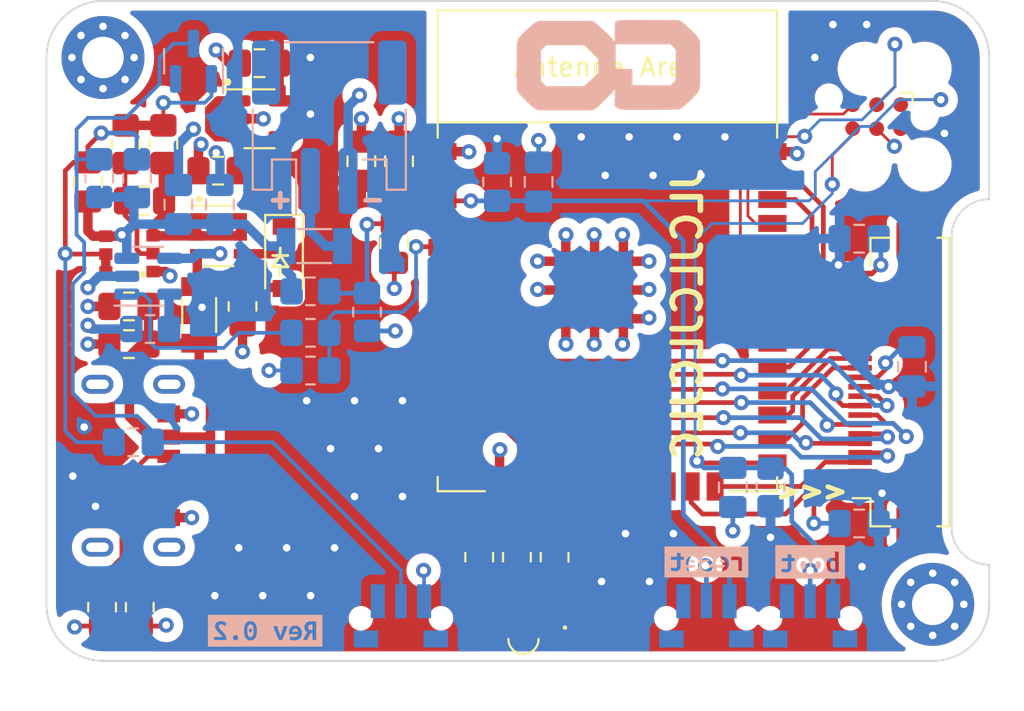
<source format=kicad_pcb>
(kicad_pcb (version 20220331) (generator pcbnew)
  (layers (0 "F.Cu" mixed) (1 "In1.Cu" power) (2 "In2.Cu" power) (31 "B.Cu" mixed) (34 "B.Paste" user) (35 "F.Paste" user) (36 "B.SilkS" user "B.Silkscreen") (37 "F.SilkS" user "F.Silkscreen") (38 "B.Mask" user) (39 "F.Mask" user) (44 "Edge.Cuts" user))
  (net 0 "")
  (net 1 "Net-(BT1-+)")
  (net 2 "GND")
  (net 3 "+3V3")
  (net 4 "ESP_BOOT")
  (net 5 "ESP_EN")
  (net 6 "BAT_SENSE")
  (net 7 "Net-(J1-VBUS)")
  (net 8 "VCC")
  (net 9 "+BATT")
  (net 10 "+5V")
  (net 11 "Net-(D2-RK)")
  (net 12 "Net-(D2-GK)")
  (net 13 "Net-(D2-BK)")
  (net 14 "BAT_STAT")
  (net 15 "Net-(J1-CC1)")
  (net 16 "Net-(J1-CC2)")
  (net 17 "IO2")
  (net 18 "IO4")
  (net 19 "IO5")
  (net 20 "IO15")
  (net 21 "IO16")
  (net 22 "IO17")
  (net 23 "IO18")
  (net 24 "IO19")
  (net 25 "IO21")
  (net 26 "IO22")
  (net 27 "IO23")
  (net 28 "IO32")
  (net 29 "IO33")
  (net 30 "IO34")
  (net 31 "IO35")
  (net 32 "ESP_TX")
  (net 33 "ESP_RX")
  (net 34 "IO27")
  (net 35 "IO26")
  (net 36 "IO25")
  (net 37 "Net-(U3-PROG)")
  (net 38 "BAT_IND_R")
  (net 39 "BAT_IND_G")
  (net 40 "BAT_IND_B")
  (net 49 "Net-(U3-STAT)")
  (net 50 "Net-(D3-K)")
  (net 51 "Net-(Q2A-D)")
  (net 52 "Net-(Q2A-G)")
  (net 53 "+SWITCHED_BATT")
  (net 54 "Net-(D3-A)")
  (footprint "GameOver:Belfuse_0ZCJ" (layer "F.Cu") (at 128.1 96.65 90)
    (fp_text reference "F1" hide)
    (fp_text value "PTC 1A")
  )
  (footprint "Package_SO:TSOP-6_1.65x3.05mm_P0.95mm" (layer "F.Cu") (at 129.125 92.46)
    (fp_text reference "Q1" hide)
    (fp_text value "PMN48XP")
  )
  (footprint "Capacitor_SMD:C_0805_2012Metric_Pad1.18x1.45mm_HandSolder" (layer "F.Cu") (at 131.3 83.3 180)
    (fp_text reference "C16" hide)
    (fp_text value "10µF")
  )
  (footprint "Connector:Tag-Connect_TC2030-IDC-FP_2x03_P1.27mm_Vertical" (layer "F.Cu") (at 164.028848 86.135 180)
    (fp_text reference "J2" hide)
    (fp_text value "Serial Port")
  )
  (footprint "GameOver:DEALON_USB-US31-106" (layer "F.Cu") (at 123.7 104.65 -90)
    (fp_text reference "J1" hide)
    (fp_text value locked "USB_C_DEALON-USB-US31-106")
  )
  (footprint "Capacitor_SMD:C_0805_2012Metric_Pad1.18x1.45mm_HandSolder" (layer "F.Cu") (at 136.7 88.5 90)
    (fp_text reference "C3" hide)
    (fp_text value "10µF")
  )
  (footprint "Espressif:ESP32-WROOM-32E" (layer "F.Cu") (at 149.75 95)
    (fp_text reference "U1" hide)
    (fp_text value "ESP32-WROOM-E")
  )
  (footprint "Capacitor_SMD:C_0805_2012Metric_Pad1.18x1.45mm_HandSolder" (layer "F.Cu") (at 129.1 89 180)
    (fp_text reference "C13" hide)
    (fp_text value "10µF")
  )
  (footprint "Resistor_SMD:R_0805_2012Metric_Pad1.20x1.40mm_HandSolder" (layer "F.Cu") (at 130.4 96.2 -90)
    (fp_text reference "R7" hide)
    (fp_text value "10k")
  )
  (footprint "Resistor_SMD:R_0805_2012Metric_Pad1.20x1.40mm_HandSolder" (layer "F.Cu") (at 146.95 109.5 -90)
    (fp_text reference "R10" hide)
    (fp_text value "1kΩ")
  )
  (footprint "GameOver:TSOP6F" (layer "F.Cu") (at 124.4 93.4 90)
    (fp_text reference "Q2" hide)
    (fp_text value "SSM6L820R")
  )
  (footprint "Resistor_SMD:R_0805_2012Metric_Pad1.20x1.40mm_HandSolder" (layer "F.Cu") (at 142.95 109.5 -90)
    (fp_text reference "R12" hide)
    (fp_text value "1kΩ")
  )
  (footprint "Capacitor_SMD:C_0805_2012Metric_Pad1.18x1.45mm_HandSolder" (layer "F.Cu") (at 124.375 98.2 180)
    (fp_text reference "C6" hide)
    (fp_text value "100nF")
  )
  (footprint "GameOver:Base_conn_TXGA_FFC05036-24SBD113W5M_1x24_P0.50mm_Horizontal" (layer "F.Cu") (at 165 100.21 90)
    (fp_text reference "J3" hide)
    (fp_text value "base connector")
  )
  (footprint "Resistor_SMD:R_0805_2012Metric_Pad1.20x1.40mm_HandSolder" (layer "F.Cu") (at 144.95 109.5 -90)
    (fp_text reference "R11" hide)
    (fp_text value "1kΩ")
  )
  (footprint "Resistor_SMD:R_0805_2012Metric_Pad1.20x1.40mm_HandSolder" (layer "F.Cu") (at 124.95 112.15 -90)
    (fp_text reference "R4" hide)
    (fp_text value "5.1kΩ")
  )
  (footprint "MountingHole:MountingHole_2.2mm_M2_Pad_Via" (layer "F.Cu") (at 123 83)
    (fp_text reference "H1" hide)
    (fp_text value "~")
  )
  (footprint "Capacitor_SMD:C_0805_2012Metric_Pad1.18x1.45mm_HandSolder" (layer "F.Cu") (at 122.2 89.6 90)
    (fp_text reference "C12" hide)
    (fp_text value "100nF")
  )
  (footprint "Resistor_SMD:R_0805_2012Metric_Pad1.20x1.40mm_HandSolder" (layer "F.Cu") (at 122.95 112.15 -90)
    (fp_text reference "R3" hide)
    (fp_text value "5.1kΩ")
  )
  (footprint "Capacitor_SMD:C_0805_2012Metric_Pad1.18x1.45mm_HandSolder" (layer "F.Cu") (at 125.2 90.6)
    (fp_text reference "C17" hide)
    (fp_text value "1µF")
  )
  (footprint "Resistor_SMD:R_0805_2012Metric_Pad1.20x1.40mm_HandSolder" (layer "F.Cu") (at 124.2 87.6 90)
    (fp_text reference "R16" hide)
    (fp_text value "100kΩ")
  )
  (footprint "Capacitor_SMD:C_0805_2012Metric_Pad1.18x1.45mm_HandSolder" (layer "F.Cu") (at 138.7 88.5 90)
    (fp_text reference "C1" hide)
    (fp_text value "100nF")
  )
  (footprint "Package_TO_SOT_SMD:SOT-23-5" (layer "F.Cu") (at 131.3 86.25)
    (fp_text reference "U4" hide)
    (fp_text value "XC6210B332MR")
  )
  (footprint "MountingHole:MountingHole_2.2mm_M2_Pad_Via" (layer "F.Cu") (at 167 112)
    (fp_text reference "H2" hide)
    (fp_text value "~")
  )
  (footprint "Resistor_SMD:R_0805_2012Metric_Pad1.20x1.40mm_HandSolder" (layer "F.Cu") (at 126.2 87.6 -90)
    (fp_text reference "R17" hide)
    (fp_text value "100kΩ")
  )
  (footprint "GameOver:Hongzhi_Forest_HS-1204-RGB" (layer "F.Cu") (at 145.2975 113.434368 180)
    (fp_text reference "D2" hide)
    (fp_text value "LED_BGAR")
  )
  (footprint "Capacitor_SMD:C_0805_2012Metric_Pad1.18x1.45mm_HandSolder" (layer "F.Cu") (at 124.375 96.2 180)
    (fp_text reference "C7" hide)
    (fp_text value "4.7µF")
  )
  (footprint "Capacitor_SMD:C_0805_2012Metric_Pad1.18x1.45mm_HandSolder" (layer "F.Cu") (at 138.45 92.85 -90)
    (fp_text reference "C5" hide)
    (fp_text value "100nF")
  )
  (footprint "Diode_SMD:D_SOD-123" (layer "F.Cu") (at 132.6 93.6 -90)
    (fp_text reference "D1" hide)
    (fp_text value "MBR120")
  )
  (footprint "kibuzzard-62829F6C" (layer "B.Cu") (at 131.6 113.4 180)
    (fp_text reference "kibuzzard-62829F6C" hide)
    (fp_text value "G***" hide)
  )
  (footprint "Capacitor_SMD:C_0805_2012Metric_Pad1.18x1.45mm_HandSolder" (layer "B.Cu") (at 163.1 107.71 180)
    (fp_text reference "C9" hide)
    (fp_text value "100nF")
  )
  (footprint "Resistor_SMD:R_0805_2012Metric_Pad1.20x1.40mm_HandSolder" (layer "B.Cu") (at 122.8 89.4 90)
    (fp_text reference "R14" hide)
    (fp_text value "10kΩ")
  )
  (footprint "Resistor_SMD:R_0805_2012Metric_Pad1.20x1.40mm_HandSolder" (layer "B.Cu") (at 124.8 89.4 90)
    (fp_text reference "R15" hide)
    (fp_text value "100kΩ")
  )
  (footprint "Capacitor_SMD:C_0805_2012Metric_Pad1.18x1.45mm_HandSolder" (layer "B.Cu") (at 129.2 90.8 90)
    (fp_text reference "C14" hide)
    (fp_text value "10µF")
  )
  (footprint "GameOver:SW_Tactile_SPST_SOFNG_TS-1814" (layer "B.Cu") (at 138.8 111.8375 180)
    (fp_text reference "SW1" hide)
    (fp_text value "Battery switch")
  )
  (footprint "Capacitor_SMD:C_0805_2012Metric_Pad1.18x1.45mm_HandSolder" (layer "B.Cu") (at 165.9 99.4 90)
    (fp_text reference "C10" hide)
    (fp_text value "100nF")
  )
  (footprint "kibuzzard-6253FE42" (layer "B.Cu") (at 155 109.75 180)
    (fp_text reference "kibuzzard-6253FE42" hide)
    (fp_text value "G***" hide)
  )
  (footprint "Resistor_SMD:R_0805_2012Metric_Pad1.20x1.40mm_HandSolder" (layer "B.Cu") (at 134 99.6 180)
    (fp_text reference "R13" hide)
    (fp_text value "150kΩ")
  )
  (footprint "GameOver:SW_Tactile_SPST_SOFNG_TS-1814" (layer "B.Cu") (at 155 111.8375 180)
    (fp_text reference "SW3" hide)
    (fp_text value "Reset")
  )
  (footprint "Resistor_SMD:R_0805_2012Metric_Pad1.20x1.40mm_HandSolder" (layer "B.Cu") (at 158.4 105.8 90)
    (fp_text reference "R1" hide)
    (fp_text value "10kΩ")
  )
  (footprint "GameOver:Belfuse_0ZCJ" (layer "B.Cu") (at 134.2 93 180)
    (fp_text reference "F2" hide)
    (fp_text value "PTC 1A")
  )
  (footprint "Resistor_SMD:R_0805_2012Metric_Pad1.20x1.40mm_HandSolder" (layer "B.Cu") (at 137 96.5 -90)
    (fp_text reference "R6" hide)
    (fp_text value "100kΩ")
  )
  (footprint "Connector_JST:JST_PH_S2B-PH-SM4-TB_1x02-1MP_P2.00mm_Horizontal" (layer "B.Cu") (at 135 86.7)
    (fp_text reference "BT1" hide)
    (fp_text value "LiPO (protected)")
  )
  (footprint "Resistor_SMD:R_0805_2012Metric_Pad1.20x1.40mm_HandSolder" (layer "B.Cu") (at 143.9 89.6 -90)
    (fp_text reference "R2" hide)
    (fp_text value "10kΩ")
  )
  (footprint "Capacitor_SMD:C_0805_2012Metric_Pad1.18x1.45mm_HandSolder" (layer "B.Cu") (at 124.6 103.4 180)
    (fp_text reference "C8" hide)
    (fp_text value "1µF")
  )
  (footprint "Resistor_SMD:R_0805_2012Metric_Pad1.20x1.40mm_HandSolder" (layer "B.Cu") (at 134 95.4)
    (fp_text reference "R5" hide)
    (fp_text value "100kΩ")
  )
  (footprint "Resistor_SMD:R_0805_2012Metric_Pad1.20x1.40mm_HandSolder" (layer "B.Cu") (at 134 97.6)
    (fp_text reference "R9" hide)
    (fp_text value "100kΩ")
  )
  (footprint "Package_TO_SOT_SMD:SOT-23-5" (layer "B.Cu") (at 125.4 94.6)
    (fp_text reference "U3" hide)
    (fp_text value "MCP73831-2ACI-OT")
  )
  (footprint "kibuzzard-6253FE4C" (layer "B.Cu") (at 160.5 109.75 180)
    (fp_text reference "kibuzzard-6253FE4C" hide)
    (fp_text value "G***" hide)
  )
  (footprint "Capacitor_SMD:C_0805_2012Metric_Pad1.18x1.45mm_HandSolder" (layer "B.Cu") (at 146.1 89.6 90)
    (fp_text reference "C4" hide)
    (fp_text value "1µF")
  )
  (footprint "GameOver:SW_Tactile_SPST_SOFNG_TS-1814" (layer "B.Cu") (at 160.5 111.8375 180)
    (fp_text reference "SW2" hide)
    (fp_text value "boot")
  )
  (footprint "Package_TO_SOT_SMD:SOT-23" (layer "B.Cu") (at 127.8 83.2 90)
    (fp_text reference "D3" hide)
    (fp_text value "BAS20")
  )
  (footprint "Resistor_SMD:R_0805_2012Metric_Pad1.20x1.40mm_HandSolder" (layer "B.Cu") (at 125.5 97.4 180)
    (fp_text reference "R8" hide)
    (fp_text value "5.1kΩ *")
  )
  (footprint "Capacitor_SMD:C_0805_2012Metric_Pad1.18x1.45mm_HandSolder" (layer "B.Cu") (at 156.4 105.8 -90)
    (fp_text reference "C2" hide)
    (fp_text value "100nF")
  )
  (footprint "GameOver:logo_fsilk" (layer "B.Cu") (at 149.8 83.4 180)
    (fp_text reference "LOGO1" hide)
    (fp_text value "GameOver_logo" hide)
  )
  (footprint "Capacitor_SMD:C_0805_2012Metric_Pad1.18x1.45mm_HandSolder" (layer "B.Cu") (at 163.1 92.61)
    (fp_text reference "C11" hide)
    (fp_text value "100nF")
  )
  (footprint "Capacitor_SMD:C_0805_2012Metric_Pad1.18x1.45mm_HandSolder" (layer "B.Cu") (at 127 90.8 90)
    (fp_text reference "C15" hide)
    (fp_text value "100nF")
  )
  (gr_line (start 132.8 94.1) (end 132.4 94.1) (stroke (width 0.15)) (layer "F.SilkS"))
  (gr_line (start 132 93.5) (end 132.8 93.5) (stroke (width 0.15)) (layer "F.SilkS"))
  (gr_circle (center 128.1 90.5) (end 128.2 90.5) (stroke (width 0.2)) (fill none) (layer "F.SilkS"))
  (gr_line (start 132.4 93.5) (end 132.4 93.1) (stroke (width 0.15)) (layer "F.SilkS"))
  (gr_line (start 132.4 94.1) (end 132 94.1) (stroke (width 0.15)) (layer "F.SilkS"))
  (gr_line (start 132 94.1) (end 132.4 93.5) (stroke (width 0.15)) (layer "F.SilkS"))
  (gr_circle (center 129.6 84.3) (end 129.7 84.3) (stroke (width 0.2)) (fill none) (layer "F.SilkS"))
  (gr_circle (center 125.1 94.5) (end 125.2 94.5) (stroke (width 0.2)) (fill none) (layer "F.SilkS"))
  (gr_line (start 132.4 94.6) (end 132.4 94.1) (stroke (width 0.15)) (layer "F.SilkS"))
  (gr_line (start 132.4 93.5) (end 132.8 94.1) (stroke (width 0.15)) (layer "F.SilkS"))
  (gr_line (start 170 83) (end 170 90.514214) (stroke (width 0.1)) (layer "Edge.Cuts"))
  (gr_arc (start 168 92.514214) (mid 168.585786 91.1) (end 170 90.514214) (stroke (width 0.1)) (layer "Edge.Cuts"))
  (gr_line (start 123 80) (end 167 80) (stroke (width 0.1)) (layer "Edge.Cuts"))
  (gr_line (start 120 112) (end 120 83) (stroke (width 0.1)) (layer "Edge.Cuts"))
  (gr_arc (start 170 112) (mid 169.12132 114.12132) (end 167 115) (stroke (width 0.1)) (layer "Edge.Cuts"))
  (gr_line (start 167 115) (end 123 115) (stroke (width 0.1)) (layer "Edge.Cuts"))
  (gr_arc (start 123 115) (mid 120.87868 114.12132) (end 120 112) (stroke (width 0.1)) (layer "Edge.Cuts"))
  (gr_arc (start 120 83) (mid 120.87868 80.87868) (end 123 80) (stroke (width 0.1)) (layer "Edge.Cuts"))
  (gr_arc (start 170 109.9) (mid 168.585786 109.314214) (end 168 107.9) (stroke (width 0.1)) (layer "Edge.Cuts"))
  (gr_line (start 170 112) (end 170 109.9) (stroke (width 0.1)) (layer "Edge.Cuts"))
  (gr_line (start 168 92.514214) (end 168 107.9) (stroke (width 0.1)) (layer "Edge.Cuts"))
  (gr_arc (start 167 80) (mid 169.12132 80.87868) (end 170 83) (stroke (width 0.1)) (layer "Edge.Cuts"))
  (gr_text "+" (at 132.4 90.5) (layer "B.SilkS") (effects (font (size 1 1) (thickness 0.25) bold) (justify mirror)))
  (gr_text "-" (at 137.3 90.5) (layer "B.SilkS") (effects (font (size 1 1) (thickness 0.25) bold) (justify mirror)))
  (gr_text "JLCJLCJLCJLC" (at 154 96.6 90) (layer "F.SilkS") (effects (font (size 1.5 1.5) (thickness 0.3) bold) (justify mirror)))
  (segment (start 134 92.2) (end 134 89.55) (width 0.5) (layer "B.Cu") (net 1))
  (segment (start 135.7 93) (end 134.8 93) (width 0.5) (layer "B.Cu") (net 1))
  (segment (start 134.8 93) (end 134 92.2) (width 0.5) (layer "B.Cu") (net 1))
  (segment (start 129.7 83.3) (end 130.2625 83.3) (width 0.5) (layer "F.Cu") (net 2))
  (segment (start 130.4 98.6) (end 130.4 97.2) (width 0.5) (layer "F.Cu") (net 2))
  (segment (start 164.5 99.2) (end 164.5 99.534022) (width 0.25) (layer "F.Cu") (net 2))
  (segment (start 150.595 93.805) (end 150.595 96.855) (width 0.5) (layer "F.Cu") (net 2))
  (segment (start 151.945 93.805) (end 150.595 93.805) (width 0.5) (layer "F.Cu") (net 2))
  (segment (start 161.74 105.46) (end 163.15 105.46) (width 0.25) (layer "F.Cu") (net 2))
  (segment (start 139.5625 87.4625) (end 138.7 87.4625) (width 0.5) (layer "F.Cu") (net 2))
  (segment (start 126.320369 94.35) (end 125.65 94.35) (width 0.5) (layer "F.Cu") (net 2))
  (segment (start 144.05 103.8) (end 144.03 103.82) (width 0.5) (layer "F.Cu") (net 2))
  (segment (start 126.3 113.15) (end 126.35 113.1) (width 0.25) (layer "F.Cu") (net 2))
  (segment (start 149.05 98.2) (end 149.07 98.18) (width 0.5) (layer "F.Cu") (net 2))
  (segment (start 150.595 92.445) (end 150.55 92.4) (width 0.5) (layer "F.Cu") (net 2))
  (segment (start 150.595 98.155) (end 150.595 96.855) (width 0.5) (layer "F.Cu") (net 2))
  (segment (start 149.07 98.18) (end 149.07 96.855) (width 0.5) (layer "F.Cu") (net 2))
  (segment (start 150.595 93.805) (end 150.595 92.445) (width 0.5) (layer "F.Cu") (net 2))
  (segment (start 136.7 87.4625) (end 136.7 86.25) (width 0.5) (layer "F.Cu") (net 2))
  (segment (start 127.7 107.4) (end 126.485 107.4) (width 0.5) (layer "F.Cu") (net 2))
  (segment (start 159.805378 88.094622) (end 159.710756 88) (width 0.5) (layer "F.Cu") (net 2))
  (segment (start 164.5 99.534022) (end 164.074022 99.96) (width 0.25) (layer "F.Cu") (net 2))
  (segment (start 164.03171 86.77) (end 164.96829 87.70658) (width 0.15) (layer "F.Cu") (net 2))
  (segment (start 151.895 96.855) (end 151.95 96.8) (width 0.5) (layer "F.Cu") (net 2))
  (segment (start 127.7 101.9) (end 126.485 101.9) (width 0.5) (layer "F.Cu") (net 2))
  (segment (start 128.0625 87.7375) (end 128.0625 89) (width 0.5) (layer "F.Cu") (net 2))
  (segment (start 138.7 87.4625) (end 136.7 87.4625) (width 0.5) (layer "F.Cu") (net 2))
  (segment (start 140.09 87.99) (end 139.5625 87.4625) (width 0.5) (layer "F.Cu") (net 2))
  (segment (start 149.07 93.805) (end 149.07 92.42) (width 0.5) (layer "F.Cu") (net 2))
  (segment (start 150.595 95.33) (end 151.92 95.33) (width 0.5) (layer "F.Cu") (net 2))
  (segment (start 150.55 98.2) (end 150.595 98.155) (width 0.5) (layer "F.Cu") (net 2))
  (segment (start 124.95 113.15) (end 126.3 113.15) (width 0.25) (layer "F.Cu") (net 2))
  (segment (start 147.55 98.2) (end 147.545 98.195) (width 0.5) (layer "F.Cu") (net 2))
  (segment (start 147.545 93.805) (end 147.545 92.405) (width 0.5) (layer "F.Cu") (net 2))
  (segment (start 147.545 95.33) (end 146.08 95.33) (width 0.5) (layer "F.Cu") (net 2))
  (segment (start 164.25 94) (end 163.79 94.46) (width 0.25) (layer "F.Cu") (net 2))
  (segment (start 147.545 95.33) (end 147.545 93.805) (width 0.5) (layer "F.Cu") (net 2))
  (segment (start 160.7 107.7) (end 160.7 106.5) (width 0.25) (layer "F.Cu") (net 2))
  (segment (start 160.7 106.5) (end 161.74 105.46) (width 0.25) (layer "F.Cu") (net 2))
  (segment (start 122.95 113.15) (end 124.95 113.15) (width 0.25) (layer "F.Cu") (net 2))
  (segment (start 130.1625 86.25) (end 131.5 86.25) (width 0.5) (layer "F.Cu") (net 2))
  (segment (start 129 82.6) (end 129.7 83.3) (width 0.5) (layer "F.Cu") (net 2))
  (segment (start 144.03 103.82) (end 144.03 105.75) (width 0.5) (layer "F.Cu") (net 2))
  (segment (start 147.545 96.855) (end 147.545 95.33) (width 0.5) (layer "F.Cu") (net 2))
  (segment (start 151.95 93.8) (end 151.945 93.805) (width 0.5) (layer "F.Cu") (net 2))
  (segment (start 141 87.99) (end 140.09 87.99) (width 0.5) (layer "F.Cu") (net 2))
  (segment (start 151.92 95.33) (end 151.95 95.3) (width 0.5) (layer "F.Cu") (net 2))
  (segment (start 147.545 95.33) (end 150.595 95.33) (width 0.5) (layer "F.Cu") (net 2))
  (segment (start 150.595 96.855) (end 151.895 96.855) (width 0.5) (layer "F.Cu") (net 2))
  (segment (start 163.79 94.46) (end 163.15 94.46) (width 0.25) (layer "F.Cu") (net 2))
  (segment (start 147.545 98.195) (end 147.545 96.855) (width 0.5) (layer "F.Cu") (net 2))
  (segment (start 142.39 87.99) (end 141 87.99) (width 0.5) (layer "F.Cu") (net 2))
  (segment (start 147.545 92.405) (end 147.55 92.4) (width 0.5) (layer "F.Cu") (net 2))
  (segment (start 128.2 87.6) (end 128.0625 87.7375) (width 0.5) (layer "F.Cu") (net 2))
  (segment (start 147.545 95.33) (end 149.07 95.33) (width 0.5) (layer "F.Cu") (net 2))
  (segment (start 121.55 113.15) (end 121.5 113.2) (width 0.25) (layer "F.Cu") (net 2))
  (segment (start 164.028848 86.77) (end 164.03171 86.77) (width 0.15) (layer "F.Cu") (net 2))
  (segment (start 146.055 93.805) (end 146.05 93.8) (width 0.5) (layer "F.Cu") (net 2))
  (segment (start 149.07 93.805) (end 149.07 96.855) (width 0.5) (layer "F.Cu") (net 2))
  (segment (start 122.95 113.15) (end 121.55 113.15) (width 0.25) (layer "F.Cu") (net 2))
  (segment (start 150.595 96.855) (end 147.545 96.855) (width 0.5) (layer "F.Cu") (net 2))
  (segment (start 147.545 93.805) (end 150.595 93.805) (width 0.5) (layer "F.Cu") (net 2))
  (segment (start 146.08 95.33) (end 146.05 95.3) (width 0.5) (layer "F.Cu") (net 2))
  (segment (start 147.545 93.805) (end 146.055 93.805) (width 0.5) (layer "F.Cu") (net 2))
  (segment (start 138.7 87.4625) (end 138.7 86.25) (width 0.5) (layer "F.Cu") (net 2))
  (segment (start 122.2 96.2) (end 123.3375 96.2) (width 0.5) (layer "F.Cu") (net 2))
  (segment (start 149.07 92.42) (end 149.05 92.4) (width 0.5) (layer "F.Cu") (net 2))
  (segment (start 159.710756 88) (end 158.51 88) (width 0.5) (layer "F.Cu") (net 2))
  (segment (start 122.2 98.2) (end 123.3375 98.2) (width 0.5) (layer "F.Cu") (net 2))
  (segment (start 158.51 88) (end 158.5 87.99) (width 0.5) (layer "F.Cu") (net 2))
  (segment (start 164.074022 99.96) (end 163.15 99.96) (width 0.25) (layer "F.Cu") (net 2))
  (segment (start 138.45 93.8875) (end 138.45 95.25) (width 0.25) (layer "F.Cu") (net 2))
  (segment (start 142.4 88) (end 142.39 87.99) (width 0.5) (layer "F.Cu") (net 2))
  (segment (start 126.554165 94.583796) (end 126.320369 94.35) (width 0.5) (layer "F.Cu") (net 2))
  (via (at 122.2 98.2) (size 0.8) (drill 0.4) (layers "F.Cu" "B.Cu") (net 2))
  (via (at 126.554165 94.583796) (size 0.8) (drill 0.4) (layers "F.Cu" "B.Cu") (net 2))
  (via (at 159.805378 88.094622) (size 0.8) (drill 0.4) (layers "F.Cu" "B.Cu") (net 2))
  (via (at 127.8 86.8) (size 0.8) (drill 0.4) (layers "F.Cu" "B.Cu") (net 2))
  (via (at 149.05 92.4) (size 0.8) (drill 0.4) (layers "F.Cu" "B.Cu") (net 2))
  (via (at 122.2 95.2) (size 0.8) (drill 0.4) (layers "F.Cu" "B.Cu") (net 2))
  (via (at 122.2 96.2) (size 0.8) (drill 0.4) (layers "F.Cu" "B.Cu") (net 2))
  (via (at 121.5 113.2) (size 0.8) (drill 0.4) (layers "F.Cu" "B.Cu") (net 2))
  (via (at 136.7 86.25) (size 0.8) (drill 0.4) (layers "F.Cu" "B.Cu") (net 2))
  (via (at 131.5 86.25) (size 0.8) (drill 0.4) (layers "F.Cu" "B.Cu") (net 2))
  (via (at 142.4 88) (size 0.8) (drill 0.4) (layers "F.Cu" "B.Cu") (net 2))
  (via (at 151.95 93.8) (size 0.8) (drill 0.4) (layers "F.Cu" "B.Cu") (net 2))
  (via (at 154.95 109.95625) (size 0.8) (drill 0.4) (layers "F.Cu" "B.Cu") (net 2))
  (via (at 138.5 97.5) (size 0.8) (drill 0.4) (layers "F.Cu" "B.Cu") (net 2))
  (via (at 164.96829 87.70658) (size 0.8) (drill 0.4) (layers "F.Cu" "B.Cu") (net 2))
  (via (at 127.7 107.4) (size 0.8) (drill 0.4) (layers "F.Cu" "B.Cu") (net 2))
  (via (at 149.05 98.2) (size 0.8) (drill 0.4) (layers "F.Cu" "B.Cu") (net 2))
  (via (at 127.7 101.9) (size 0.8) (drill 0.4) (layers "F.Cu" "B.Cu") (net 2))
  (via (at 147.55 92.4) (size 0.8) (drill 0.4) (layers "F.Cu" "B.Cu") (net 2))
  (via (at 138.45 95.25) (size 0.8) (drill 0.4) (layers "F.Cu" "B.Cu") (net 2))
  (via (at 126.35 113.1) (size 0.8) (drill 0.4) (layers "F.Cu" "B.Cu") (net 2))
  (via (at 140 110.2) (size 0.8) (drill 0.4) (layers "F.Cu" "B.Cu") (net 2))
  (via (at 128.2 87.6) (size 0.8) (drill 0.4) (layers "F.Cu" "B.Cu") (net 2))
  (via (at 160.5 110.2) (size 0.8) (drill 0.4) (layers "F.Cu" "B.Cu") (net 2))
  (via (at 164.5 99.2) (size 0.8) (drill 0.4) (layers "F.Cu" "B.Cu") (net 2))
  (via (at 147.55 98.2) (size 0.8) (drill 0.4) (layers "F.Cu" "B.Cu") (net 2))
  (via (at 122.2 97.2) (size 0.8) (drill 0.4) (layers "F.Cu" "B.Cu") (net 2))
  (via (at 146.05 95.3) (size 0.8) (drill 0.4) (layers "F.Cu" "B.Cu") (net 2))
  (via (at 131.8 99.6) (size 0.8) (drill 0.4) (layers "F.Cu" "B.Cu") (net 2))
  (via (at 156.4 108.1) (size 0.8) (drill 0.4) (layers "F.Cu" "B.Cu") (net 2))
  (via (at 129 82.6) (size 0.8) (drill 0.4) (layers "F.Cu" "B.Cu") (net 2))
  (via (at 150.55 98.2) (size 0.8) (drill 0.4) (layers "F.Cu" "B.Cu") (net 2))
  (via (at 151.95 96.8) (size 0.8) (drill 0.4) (layers "F.Cu" "B.Cu") (net 2))
  (via (at 151.95 95.3) (size 0.8) (drill 0.4) (layers "F.Cu" "B.Cu") (net 2))
  (via (at 136.6 85) (size 0.8) (drill 0.4) (layers "F.Cu" "B.Cu") (net 2))
  (via (at 128.999228 88.049397) (size 0.8) (drill 0.4) (layers "F.Cu" "B.Cu") (net 2))
  (via (at 130.4 98.6) (size 0.8) (drill 0.4) (layers "F.Cu" "B.Cu") (net 2))
  (via (at 138.7 86.25) (size 0.8) (drill 0.4) (layers "F.Cu" "B.Cu") (net 2))
  (via (at 146.1 87.4) (size 0.8) (drill 0.4) (layers "F.Cu" "B.Cu") (net 2))
  (via (at 150.55 92.4) (size 0.8) (drill 0.4) (layers "F.Cu" "B.Cu") (net 2))
  (via (at 160.7 107.7) (size 0.8) (drill 0.4) (layers "F.Cu" "B.Cu") (net 2))
  (via (at 146.05 93.8) (size 0.8) (drill 0.4) (layers "F.Cu" "B.Cu") (net 2))
  (via (at 164.25 94) (size 0.8) (drill 0.4) (layers "F.Cu" "B.Cu") (net 2))
  (via (at 144.05 103.8) (size 0.8) (drill 0.4) (layers "F.Cu" "B.Cu") (net 2))
  (segment (start 137 97.5) (end 138.5 97.5) (width 0.25) (layer "B.Cu") (net 2))
  (segment (start 127 87.6) (end 127 89.7625) (width 0.5) (layer "B.Cu") (net 2))
  (segment (start 136 85.6) (end 136.6 85) (width 0.5) (layer "B.Cu") (net 2))
  (segment (start 140.025 110.225) (end 140 110.2) (width 0.2) (layer "B.Cu") (net 2))
  (segment (start 164.25 92.7225) (end 164.1375 92.61) (width 0.25) (layer "B.Cu") (net 2))
  (segment (start 155 111.49375) (end 155 110.00625) (width 0.25) (layer "B.Cu") (net 2))
  (segment (start 160.5 111.8375) (end 160.5 110.2) (width 0.25) (layer "B.Cu") (net 2))
  (segment (start 165.3375 98.3625) (end 165.9 98.3625) (width 0.25) (layer "B.Cu") (net 2))
  (segment (start 162.0525 107.7) (end 162.0625 107.71) (width 0.25) (layer "B.Cu") (net 2))
  (segment (start 133 99.6) (end 131.8 99.6) (width 0.2) (layer "B.Cu") (net 2))
  (segment (start 122.2 95.2) (end 122.8 94.6) (width 0.5) (layer "B.Cu") (net 2))
  (segment (start 164.5 99.2) (end 165.3375 98.3625) (width 0.25) (layer "B.Cu") (net 2))
  (segment (start 127.8 86.8) (end 127 87.6) (width 0.5) (layer "B.Cu") (net 2))
  (segment (start 136 89.55) (end 136 85.6) (width 0.5) (layer "B.Cu") (net 2))
  (segment (start 122.2 97.2) (end 122.4 97.4) (width 0.5) (layer "B.Cu") (net 2))
  (segment (start 146.1 88.5625) (end 146.1 87.4) (width 0.25) (layer "B.Cu") (net 2))
  (segment (start 129.2 88.250169) (end 128.999228 88.049397) (width 0.5) (layer "B.Cu") (net 2))
  (segment (start 122.8 94.6) (end 124.2625 94.6) (width 0.5) (layer "B.Cu") (net 2))
  (segment (start 156.4 106.8375) (end 156.4 108.1) (width 0.25) (layer "B.Cu") (net 2))
  (segment (start 160.7 107.7) (end 162.0525 107.7) (width 0.25) (layer "B.Cu") (net 2))
  (segment (start 140.025 111.8375) (end 140.025 110.225) (width 0.2) (layer "B.Cu") (net 2))
  (segment (start 122.4 97.4) (end 124.5 97.4) (width 0.5) (layer "B.Cu") (net 2))
  (segment (start 129.2 89.7625) (end 129.2 88.250169) (width 0.5) (layer "B.Cu") (net 2))
  (segment (start 164.25 94) (end 164.25 92.7225) (width 0.25) (layer "B.Cu") (net 2))
  (segment (start 164.079848 100.454174) (end 164.074022 100.46) (width 0.25) (layer "F.Cu") (net 3))
  (segment (start 140.9775 89.2375) (end 141 89.26) (width 0.5) (layer "F.Cu") (net 3))
  (segment (start 128.25 96.25) (end 132.25 96.25) (width 0.2) (layer "F.Cu") (net 3))
  (segment (start 162 94.734022) (end 162 94) (width 0.25) (layer "F.Cu") (net 3))
  (segment (start 164.313519 106.106257) (end 164.167262 105.96) (width 0.25) (layer "F.Cu") (net 3))
  (segment (start 136.6 89.6375) (end 138.6 89.6375) (width 0.5) (layer "F.Cu") (net 3))
  (segment (start 162.225978 94.96) (end 162 94.734022) (width 0.25) (layer "F.Cu") (net 3))
  (segment (start 164.074022 100.46) (end 163.15 100.46) (width 0.25) (layer "F.Cu") (net 3))
  (segment (start 166.018099 87.024251) (end 165.763848 86.77) (width 0.15) (layer "F.Cu") (net 3))
  (segment (start 164.167262 105.96) (end 163.15 105.96) (width 0.25) (layer "F.Cu") (net 3))
  (segment (start 136.7 89.5375) (end 137 89.2375) (width 0.5) (layer "F.Cu") (net 3))
  (segment (start 165.763848 86.77) (end 165.298848 86.77) (width 0.15) (layer "F.Cu") (net 3))
  (segment (start 132.25 96.25) (end 133.8 97.8) (width 0.2) (layer "F.Cu") (net 3))
  (segment (start 167.625 87.024251) (end 166.018099 87.024251) (width 0.15) (layer "F.Cu") (net 3))
  (segment (start 137 89.2375) (end 140.9775 89.2375) (width 0.5) (layer "F.Cu") (net 3))
  (segment (start 163.15 94.96) (end 162.225978 94.96) (width 0.25) (layer "F.Cu") (net 3))
  (segment (start 133.8 97.8) (end 133.8 101.2) (width 0.2) (layer "F.Cu") (net 3))
  (segment (start 164.659032 100.454174) (end 164.079848 100.454174) (width 0.25) (layer "F.Cu") (net 3))
  (via (at 134.01 111.54) (size 0.8) (drill 0.4) (layers "F.Cu" "B.Cu") (net 3))
  (via (at 138.88 106.28) (size 0.8) (drill 0.4) (layers "F.Cu" "B.Cu") (net 3))
  (via (at 131.47 111.54) (size 0.8) (drill 0.4) (layers "F.Cu" "B.Cu") (net 3))
  (via (at 153.44 87.21) (size 0.8) (drill 0.4) (layers "F.Cu" "B.Cu") (net 3))
  (via (at 163.25 110) (size 0.8) (drill 0.4) (layers "F.Cu" "B.Cu") (net 3))
  (via (at 135.28 109) (size 0.8) (drill 0.4) (layers "F.Cu" "B.Cu") (net 3))
  (via (at 149.63 89.25) (size 0.8) (drill 0.4) (layers "F.Cu" "B.Cu") (net 3))
  (via (at 164.659032 100.454174) (size 0.8) (drill 0.4) (layers "F.Cu" "B.Cu") (net 3))
  (via (at 155.98 87.21) (size 0.8) (drill 0.4) (layers "F.Cu" "B.Cu") (net 3))
  (via (at 122 102.6) (size 0.8) (drill 0.4) (layers "F.Cu" "B.Cu") (net 3))
  (via (at 122.6 106.8) (size 0.8) (drill 0.4) (layers "F.Cu" "B.Cu") (net 3))
  (via (at 149.44 110.79) (size 0.8) (drill 0.4) (layers "F.Cu" "B.Cu") (net 3))
  (via (at 153.25 108.25) (size 0.8) (drill 0.4) (layers "F.Cu" "B.Cu") (net 3))
  (via (at 160.75 83) (size 0.8) (drill 0.4) (layers "F.Cu" "B.Cu") (net 3))
  (via (at 133.8 101.2) (size 0.8) (drill 0.4) (layers "F.Cu" "B.Cu") (net 3))
  (via (at 161.71 81.25) (size 0.8) (drill 0.4) (layers "F.Cu" "B.Cu") (net 3))
  (via (at 151.98 110.79) (size 0.8) (drill 0.4) (layers "F.Cu" "B.Cu") (net 3))
  (via (at 137.61 103.74) (size 0.8) (drill 0.4) (layers "F.Cu" "B.Cu") (net 3))
  (via (at 164.313519 106.106257) (size 0.8) (drill 0.4) (layers "F.Cu" "B.Cu") (net 3))
  (via (at 128.93 111.54) (size 0.8) (drill 0.4) (layers "F.Cu" "B.Cu") (net 3))
  (via (at 132.74 109) (size 0.8) (drill 0.4) (layers "F.Cu" "B.Cu") (net 3))
  (via (at 135.07 103.74) (size 0.8) (drill 0.4) (layers "F.Cu" "B.Cu") (net 3))
  (via (at 134 83) (size 0.8) (drill 0.4) (layers "F.Cu" "B.Cu") (net 3))
  (via (at 167.625 87.024251) (size 0.8) (drill 0.4) (layers "F.Cu" "B.Cu") (net 3))
  (via (at 121.4 105.2) (size 0.8) (drill 0.4) (layers "F.Cu" "B.Cu") (net 3))
  (via (at 150.71 108.25) (size 0.8) (drill 0.4) (layers "F.Cu" "B.Cu") (net 3))
  (via (at 143.9 87.3) (size 0.8) (drill 0.4) (layers "F.Cu" "B.Cu") (net 3))
  (via (at 136.34 106.28) (size 0.8) (drill 0.4) (layers "F.Cu" "B.Cu") (net 3))
  (via (at 162 94) (size 0.8) (drill 0.4) (layers "F.Cu" "B.Cu") (net 3))
  (via (at 163.5 81.25) (size 0.8) (drill 0.4) (layers "F.Cu" "B.Cu") (net 3))
  (via (at 138.88 101.2) (size 0.8) (drill 0.4) (layers "F.Cu" "B.Cu") (net 3))
  (via (at 150.9 87.21) (size 0.8) (drill 0.4) (layers "F.Cu" "B.Cu") (net 3))
  (via (at 134 86) (size 0.8) (drill 0.4) (layers "F.Cu" "B.Cu") (net 3))
  (via (at 128.25 96.25) (size 0.8) (drill 0.4) (layers "F.Cu" "B.Cu") (net 3))
  (via (at 154.71 89.25) (size 0.8) (drill 0.4) (layers "F.Cu" "B.Cu") (net 3))
  (via (at 136.34 101.2) (size 0.8) (drill 0.4) (layers "F.Cu" "B.Cu") (net 3))
  (via (at 158.4 108.45) (size 0.8) (drill 0.4) (layers "F.Cu" "B.Cu") (net 3))
  (via (at 148.36 87.21) (size 0.8) (drill 0.4) (layers "F.Cu" "B.Cu") (net 3))
  (via (at 130.2 109) (size 0.8) (drill 0.4) (layers "F.Cu" "B.Cu") (net 3))
  (via (at 152.17 89.25) (size 0.8) (drill 0.4) (layers "F.Cu" "B.Cu") (net 3))
  (segment (start 164.659032 100.454174) (end 165.883326 100.454174) (width 0.25) (layer "B.Cu") (net 3))
  (segment (start 162 94) (end 162 92.6725) (width 0.25) (layer "B.Cu") (net 3))
  (segment (start 165.883326 100.454174) (end 165.9 100.4375) (width 0.25) (layer "B.Cu") (net 3))
  (segment (start 164.313519 107.533981) (end 164.1375 107.71) (width 0.25) (layer "B.Cu") (net 3))
  (segment (start 162 92.6725) (end 162.0625 92.61) (width 0.25) (layer "B.Cu") (net 3))
  (segment (start 143.9 88.6) (end 143.9 87.3) (width 0.5) (layer "B.Cu") (net 3))
  (segment (start 158.4 106.8) (end 158.4 108.45) (width 0.5) (layer "B.Cu") (net 3))
  (segment (start 164.313519 106.106257) (end 164.313519 107.533981) (width 0.25) (layer "B.Cu") (net 3))
  (segment (start 161.675 89.723751) (end 161.675 88.174251) (width 0.15) (layer "F.Cu") (net 4))
  (segment (start 154.4995 104.400498) (end 154.599002 104.5) (width 0.25) (layer "F.Cu") (net 4))
  (segment (start 161.6745 89.724251) (end 161.675 89.723751) (width 0.15) (layer "F.Cu") (net 4))
  (segment (start 154.599002 104.5) (end 158.5 104.5) (width 0.25) (layer "F.Cu") (net 4))
  (segment (start 162.758848 87.090403) (end 162.758848 86.77) (width 0.15) (layer "F.Cu") (net 4))
  (segment (start 161.675 88.174251) (end 162.758848 87.090403) (width 0.15) (layer "F.Cu") (net 4))
  (via (at 154.4995 104.400498) (size 0.8) (drill 0.4) (layers "F.Cu" "B.Cu") (net 4))
  (via (at 161.6745 89.724251) (size 0.8) (drill 0.4) (layers "F.Cu" "B.Cu") (net 4))
  (segment (start 154.4995 104.400498) (end 154.861502 104.7625) (width 0.25) (layer "B.Cu") (net 4))
  (segment (start 154.4995 104.400498) (end 154.4 104.300998) (width 0.15) (layer "B.Cu") (net 4))
  (segment (start 155.3 91.799251) (end 160.094296 91.799251) (width 0.15) (layer "B.Cu") (net 4))
  (segment (start 159.525 105.125) (end 159.525 107.599614) (width 0.25) (layer "B.Cu") (net 4))
  (segment (start 159.2 104.8) (end 159.525 105.125) (width 0.25) (layer "B.Cu") (net 4))
  (segment (start 161.725 109.799614) (end 161.725 111.8375) (width 0.25) (layer "B.Cu") (net 4))
  (segment (start 161.6745 90.219047) (end 161.6745 89.724251) (width 0.15) (layer "B.Cu") (net 4))
  (segment (start 154.4 104.300998) (end 154.4 92.699251) (width 0.15) (layer "B.Cu") (net 4))
  (segment (start 154.861502 104.7625) (end 156.4 104.7625) (width 0.25) (layer "B.Cu") (net 4))
  (segment (start 158.4 104.8) (end 159.2 104.8) (width 0.25) (layer "B.Cu") (net 4))
  (segment (start 160.094296 91.799251) (end 161.6745 90.219047) (width 0.15) (layer "B.Cu") (net 4))
  (segment (start 159.525 107.599614) (end 161.725 109.799614) (width 0.25) (layer "B.Cu") (net 4))
  (segment (start 158.3625 104.7625) (end 158.4 104.8) (width 0.25) (layer "B.Cu") (net 4))
  (segment (start 156.4 104.7625) (end 158.3625 104.7625) (width 0.25) (layer "B.Cu") (net 4))
  (segment (start 154.4 92.699251) (end 155.3 91.799251) (width 0.15) (layer "B.Cu") (net 4))
  (segment (start 165.298848 85.5) (end 165.563848 85.235) (width 0.15) (layer "F.Cu") (net 5))
  (segment (start 141.07 90.6) (end 141 90.53) (width 0.25) (layer "F.Cu") (net 5))
  (segment (start 142.5 90.6) (end 141.07 90.6) (width 0.25) (layer "F.Cu") (net 5))
  (segment (start 165.563848 85.235) (end 167.428848 85.235) (width 0.15) (layer "F.Cu") (net 5))
  (via (at 167.428848 85.235) (size 0.8) (drill 0.4) (layers "F.Cu" "B.Cu") (net 5))
  (via (at 142.5 90.6) (size 0.8) (drill 0.4) (layers "F.Cu" "B.Cu") (net 5))
  (segment (start 163.168552 86.655699) (end 163.768552 86.655699) (width 0.15) (layer "B.Cu") (net 5))
  (segment (start 153.775 107.25) (end 156.225 109.7) (width 0.25) (layer "B.Cu") (net 5))
  (segment (start 146.2 90.6) (end 151.650749 90.6) (width 0.25) (layer "B.Cu") (net 5))
  (segment (start 160.775 89.049251) (end 163.168552 86.655699) (width 0.15) (layer "B.Cu") (net 5))
  (segment (start 153.775 92.724251) (end 153.775 107.25) (width 0.25) (layer "B.Cu") (net 5))
  (segment (start 143.9 90.6) (end 146.0625 90.6) (width 0.25) (layer "B.Cu") (net 5))
  (segment (start 160.449251 90.6) (end 160.775 90.274251) (width 0.15) (layer "B.Cu") (net 5))
  (segment (start 143.9 90.6) (end 142.5 90.6) (width 0.25) (layer "B.Cu") (net 5))
  (segment (start 151.650749 90.6) (end 153.775 92.724251) (width 0.25) (layer "B.Cu") (net 5))
  (segment (start 146.0625 90.6) (end 146.1 90.6375) (width 0.25) (layer "B.Cu") (net 5))
  (segment (start 163.768552 86.655699) (end 165.189251 85.235) (width 0.15) (layer "B.Cu") (net 5))
  (segment (start 160.775 90.274251) (end 160.775 89.049251) (width 0.15) (layer "B.Cu") (net 5))
  (segment (start 165.189251 85.235) (end 167.428848 85.235) (width 0.15) (layer "B.Cu") (net 5))
  (segment (start 146.2 90.6) (end 160.449251 90.6) (width 0.15) (layer "B.Cu") (net 5))
  (segment (start 156.225 109.7) (end 156.225 111.8375) (width 0.25) (layer "B.Cu") (net 5))
  (segment (start 137 91.85) (end 137.0375 91.8125) (width 0.25) (layer "F.Cu") (net 6))
  (segment (start 137.0375 91.8125) (end 138.45 91.8125) (width 0.25) (layer "F.Cu") (net 6))
  (segment (start 138.45 91.8125) (end 138.4625 91.8) (width 0.25) (layer "F.Cu") (net 6))
  (segment (start 138.4625 91.8) (end 141 91.8) (width 0.25) (layer "F.Cu") (net 6))
  (via (at 137 91.85) (size 0.8) (drill 0.4) (layers "F.Cu" "B.Cu") (net 6))
  (segment (start 137 91.85) (end 137 95.5) (width 0.25) (layer "B.Cu") (net 6))
  (segment (start 135.1 95.5) (end 137 95.5) (width 0.25) (layer "B.Cu") (net 6))
  (segment (start 135 95.4) (end 135.1 95.5) (width 0.25) (layer "B.Cu") (net 6))
  (segment (start 128.7 100.85) (end 128.1 100.25) (width 0.5) (layer "F.Cu") (net 7))
  (segment (start 125.48 103.13) (end 124.4 102.05) (width 0.5) (layer "F.Cu") (net 7))
  (segment (start 125.4625 98.15) (end 128.1 98.15) (width 0.5) (layer "F.Cu") (net 7))
  (segment (start 124.4 102.05) (end 124.4 98.85) (width 0.5) (layer "F.Cu") (net 7))
  (segment (start 126.485 103.13) (end 125.48 103.13) (width 0.5) (layer "F.Cu") (net 7))
  (segment (start 126.485 106.17) (end 128.28 106.17) (width 0.5) (layer "F.Cu") (net 7))
  (segment (start 125.3 96.05) (end 125.3 98) (width 0.2) (layer "F.Cu") (net 7))
  (segment (start 125.05 98.2) (end 125.4125 98.2) (width 0.5) (layer "F.Cu") (net 7))
  (segment (start 128.28 106.17) (end 128.7 105.75) (width 0.5) (layer "F.Cu") (net 7))
  (segment (start 128.1 100.25) (end 128.1 98.15) (width 0.5) (layer "F.Cu") (net 7))
  (segment (start 125.4125 98.2) (end 125.4125 96.2) (width 0.5) (layer "F.Cu") (net 7))
  (segment (start 125.4125 98.2) (end 125.4625 98.15) (width 0.5) (layer "F.Cu") (net 7))
  (segment (start 128.7 103.1) (end 128.7 100.85) (width 0.5) (layer "F.Cu") (net 7))
  (segment (start 126.485 103.13) (end 128.67 103.13) (width 0.5) (layer "F.Cu") (net 7))
  (segment (start 124.4 98.85) (end 125.05 98.2) (width 0.5) (layer "F.Cu") (net 7))
  (segment (start 128.67 103.13) (end 128.7 103.1) (width 0.5) (layer "F.Cu") (net 7))
  (segment (start 128.7 105.75) (end 128.7 103.1) (width 0.5) (layer "F.Cu") (net 7))
  (segment (start 129.1125 85.3) (end 128.6625 85.75) (width 0.5) (layer "F.Cu") (net 8))
  (segment (start 130.1625 87.2) (end 130.1625 88.975) (width 0.5) (layer "F.Cu") (net 8))
  (segment (start 132.6 89.95) (end 132.6 91.95) (width 0.5) (layer "F.Cu") (net 8))
  (segment (start 128.6625 85.75) (end 128.6625 86.85) (width 0.5) (layer "F.Cu") (net 8))
  (segment (start 130.1375 89) (end 131.65 89) (width 0.5) (layer "F.Cu") (net 8))
  (segment (start 130.1625 85.3) (end 129.1125 85.3) (width 0.5) (layer "F.Cu") (net 8))
  (segment (start 130.285 93.41) (end 132.015 93.41) (width 0.5) (layer "F.Cu") (net 8))
  (segment (start 129.0125 87.2) (end 130.1625 87.2) (width 0.5) (layer "F.Cu") (net 8))
  (segment (start 128.6625 86.85) (end 129.0125 87.2) (width 0.5) (layer "F.Cu") (net 8))
  (segment (start 132.6 92.825) (end 132.6 91.95) (width 0.5) (layer "F.Cu") (net 8))
  (segment (start 132.015 93.41) (end 132.6 92.825) (width 0.5) (layer "F.Cu") (net 8))
  (segment (start 131.65 89) (end 132.6 89.95) (width 0.5) (layer "F.Cu") (net 8))
  (segment (start 130.1625 88.975) (end 130.1375 89) (width 0.5) (layer "F.Cu") (net 8))
  (segment (start 122.2 90.6375) (end 122.2 92.2) (width 0.5) (layer "F.Cu") (net 9))
  (segment (start 122.475 92.475) (end 123.15 92.475) (width 0.5) (layer "F.Cu") (net 9))
  (segment (start 122.2 92.2) (end 122.475 92.475) (width 0.5) (layer "F.Cu") (net 9))
  (segment (start 124.00098 92.4) (end 123.92598 92.475) (width 0.5) (layer "F.Cu") (net 9))
  (segment (start 123.92598 92.475) (end 123.15 92.475) (width 0.5) (layer "F.Cu") (net 9))
  (via (at 124.00098 92.4) (size 0.8) (drill 0.4) (layers "F.Cu" "B.Cu") (net 9))
  (segment (start 132.7 94.3) (end 133 94.6) (width 0.5) (layer "B.Cu") (net 9))
  (segment (start 124.2625 92.2125) (end 124.6375 91.8375) (width 0.5) (layer "B.Cu") (net 9))
  (segment (start 133 94.6) (end 133 95.4) (width 0.5) (layer "B.Cu") (net 9))
  (segment (start 127 91.8375) (end 124.6375 91.8375) (width 0.5) (layer "B.Cu") (net 9))
  (segment (start 129.2 91.8375) (end 127 91.8375) (width 0.5) (layer "B.Cu") (net 9))
  (segment (start 124.6375 90.5625) (end 124.8 90.4) (width 0.5) (layer "B.Cu") (net 9))
  (segment (start 124.2625 93.65) (end 124.2625 92.2125) (width 0.5) (layer "B.Cu") (net 9))
  (segment (start 130.5375 91.8375) (end 129.2 91.8375) (width 0.5) (layer "B.Cu") (net 9))
  (segment (start 132.7 93) (end 131.7 93) (width 0.5) (layer "B.Cu") (net 9))
  (segment (start 124.075 92.4) (end 124.6375 91.8375) (width 0.5) (layer "B.Cu") (net 9))
  (segment (start 131.7 93) (end 130.5375 91.8375) (width 0.5) (layer "B.Cu") (net 9))
  (segment (start 124.00098 92.4) (end 124.2625 92.66152) (width 0.5) (layer "B.Cu") (net 9))
  (segment (start 124.00098 92.4) (end 124.075 92.4) (width 0.5) (layer "B.Cu") (net 9))
  (segment (start 122.8 90.4) (end 124.8 90.4) (width 0.5) (layer "B.Cu") (net 9))
  (segment (start 124.6375 91.8375) (end 124.6375 90.5625) (width 0.5) (layer "B.Cu") (net 9))
  (segment (start 124.2625 92.66152) (end 124.2625 93.65) (width 0.5) (layer "B.Cu") (net 9))
  (segment (start 132.7 93) (end 132.7 94.3) (width 0.5) (layer "B.Cu") (net 9))
  (segment (start 128.15 95.2) (end 130.4 95.2) (width 0.5) (layer "F.Cu") (net 10))
  (segment (start 128 95.05) (end 128 93.445) (width 0.5) (layer "F.Cu") (net 10))
  (segment (start 129.19 93.41) (end 127.965 93.41) (width 0.5) (layer "F.Cu") (net 10))
  (segment (start 128.1 95.15) (end 128.15 95.2) (width 0.5) (layer "F.Cu") (net 10))
  (segment (start 128.1 95.15) (end 128 95.05) (width 0.5) (layer "F.Cu") (net 10))
  (segment (start 128 93.445) (end 127.965 93.41) (width 0.5) (layer "F.Cu") (net 10))
  (segment (start 129.2 93.4) (end 129.19 93.41) (width 0.5) (layer "F.Cu") (net 10))
  (segment (start 130.4 95.2) (end 132.55 95.2) (width 0.5) (layer "F.Cu") (net 10))
  (segment (start 132.55 95.2) (end 132.6 95.25) (width 0.5) (layer "F.Cu") (net 10))
  (via (at 129.2 93.4) (size 0.8) (drill 0.4) (layers "F.Cu" "B.Cu") (net 10))
  (segment (start 127.75 93.65) (end 126.5375 93.65) (width 0.5) (layer "B.Cu") (net 10))
  (segment (start 128 93.4) (end 127.75 93.65) (width 0.5) (layer "B.Cu") (net 10))
  (segment (start 129.2 93.4) (end 128 93.4) (width 0.5) (layer "B.Cu") (net 10))
  (segment (start 146.7525 113.434368) (end 146.7525 110.6975) (width 0.2) (layer "F.Cu") (net 11))
  (segment (start 146.7525 110.6975) (end 146.95 110.5) (width 0.2) (layer "F.Cu") (net 11))
  (segment (start 144.95 111.2) (end 145.6875 111.9375) (width 0.2) (layer "F.Cu") (net 12))
  (segment (start 145.6875 111.9375) (end 145.6875 113.214368) (width 0.2) (layer "F.Cu") (net 12))
  (segment (start 144.95 110.5) (end 144.95 111.2) (width 0.2) (layer "F.Cu") (net 12))
  (segment (start 144.9075 113.214368) (end 144.9075 111.9075) (width 0.2) (layer "F.Cu") (net 13))
  (segment (start 143.25 111.5) (end 142.95 111.2) (width 0.2) (layer "F.Cu") (net 13))
  (segment (start 142.95 111.2) (end 142.95 110.5) (width 0.2) (layer "F.Cu") (net 13))
  (segment (start 144.5 111.5) (end 143.25 111.5) (width 0.2) (layer "F.Cu") (net 13))
  (segment (start 144.9075 111.9075) (end 144.5 111.5) (width 0.2) (layer "F.Cu") (net 13))
  (segment (start 139.60072 93.035166) (end 140.965166 93.035166) (width 0.25) (layer "F.Cu") (net 14))
  (segment (start 140.965166 93.035166) (end 141 93.07) (width 0.25) (layer "F.Cu") (net 14))
  (via (at 139.60072 93.035166) (size 0.8) (drill 0.4) (layers "F.Cu" "B.Cu") (net 14))
  (segment (start 135 97.6) (end 135 96.8) (width 0.2) (layer "B.Cu") (net 14))
  (segment (start 135.3 96.5) (end 138.9 96.5) (width 0.2) (layer "B.Cu") (net 14))
  (segment (start 135 96.8) (end 135.3 96.5) (width 0.2) (layer "B.Cu") (net 14))
  (segment (start 138.9 96.5) (end 139.60072 95.79928) (width 0.2) (layer "B.Cu") (net 14))
  (segment (start 139.60072 95.79928) (end 139.60072 93.035166) (width 0.2) (layer "B.Cu") (net 14))
  (segment (start 135 97.6) (end 135 99.6) (width 0.2) (layer "B.Cu") (net 14))
  (segment (start 125.382141 104.15) (end 126.485 104.15) (width 0.25) (layer "F.Cu") (net 15))
  (segment (start 124.00048 105.531661) (end 125.382141 104.15) (width 0.25) (layer "F.Cu") (net 15))
  (segment (start 123.041047 111.058953) (end 123.041047 110.479476) (width 0.25) (layer "F.Cu") (net 15))
  (segment (start 123.041047 110.479476) (end 124.00048 109.520043) (width 0.25) (layer "F.Cu") (net 15))
  (segment (start 122.95 111.15) (end 123.041047 111.058953) (width 0.25) (layer "F.Cu") (net 15))
  (segment (start 124.00048 109.520043) (end 124.00048 105.531661) (width 0.25) (layer "F.Cu") (net 15))
  (segment (start 124.95 105.65) (end 124.95 111.15) (width 0.25) (layer "F.Cu") (net 16))
  (segment (start 126.485 105.15) (end 125.45 105.15) (width 0.25) (layer "F.Cu") (net 16))
  (segment (start 125.45 105.15) (end 124.95 105.65) (width 0.25) (layer "F.Cu") (net 16))
  (segment (start 161.29 104.46) (end 163.15 104.46) (width 0.25) (layer "F.Cu") (net 17))
  (segment (start 160 105.75) (end 161.29 104.46) (width 0.25) (layer "F.Cu") (net 17))
  (segment (start 155.46 105.75) (end 160 105.75) (width 0.25) (layer "F.Cu") (net 17))
  (segment (start 159.27 103.23) (end 160.1 102.4) (width 0.25) (layer "F.Cu") (net 18))
  (segment (start 161.711435 99.46) (end 163.15 99.46) (width 0.25) (layer "F.Cu") (net 18))
  (segment (start 158.5 103.23) (end 159.27 103.23) (width 0.25) (layer "F.Cu") (net 18))
  (segment (start 160.1 101.071435) (end 161.711435 99.46) (width 0.25) (layer "F.Cu") (net 18))
  (segment (start 160.1 102.4) (end 160.1 101.071435) (width 0.25) (layer "F.Cu") (net 18))
  (segment (start 158.5 99.42) (end 159.38 99.42) (width 0.25) (layer "F.Cu") (net 19))
  (segment (start 159.38 99.42) (end 160.84 97.96) (width 0.25) (layer "F.Cu") (net 19))
  (segment (start 160.84 97.96) (end 163.15 97.96) (width 0.25) (layer "F.Cu") (net 19))
  (segment (start 161.45 104.96) (end 163.15 104.96) (width 0.25) (layer "F.Cu") (net 20))
  (segment (start 154.19 106.6) (end 154.8 107.21) (width 0.25) (layer "F.Cu") (net 20))
  (segment (start 154.8 107.21) (end 159.2 107.21) (width 0.25) (layer "F.Cu") (net 20))
  (segment (start 154.19 105.75) (end 154.19 106.6) (width 0.25) (layer "F.Cu") (net 20))
  (segment (start 159.2 107.21) (end 161.45 104.96) (width 0.25) (layer "F.Cu") (net 20))
  (segment (start 159.574511 100.961207) (end 161.575718 98.96) (width 0.25) (layer "F.Cu") (net 21))
  (segment (start 159.574511 101.725489) (end 159.574511 100.961207) (width 0.25) (layer "F.Cu") (net 21))
  (segment (start 161.575718 98.96) (end 163.15 98.96) (width 0.25) (layer "F.Cu") (net 21))
  (segment (start 159.34 101.96) (end 159.574511 101.725489) (width 0.25) (layer "F.Cu") (net 21))
  (segment (start 158.5 101.96) (end 159.34 101.96) (width 0.25) (layer "F.Cu") (net 21))
  (segment (start 159.21 100.69) (end 161.44 98.46) (width 0.25) (layer "F.Cu") (net 22))
  (segment (start 161.44 98.46) (end 163.15 98.46) (width 0.25) (layer "F.Cu") (net 22))
  (segment (start 158.5 100.69) (end 159.21 100.69) (width 0.25) (layer "F.Cu") (net 22))
  (segment (start 158.5 98.15) (end 159.6 98.15) (width 0.25) (layer "F.Cu") (net 23))
  (segment (start 159.6 98.15) (end 160.29 97.46) (width 0.25) (layer "F.Cu") (net 23))
  (segment (start 160.29 97.46) (end 163.15 97.46) (width 0.25) (layer "F.Cu") (net 23))
  (segment (start 158.58 96.96) (end 158.5 96.88) (width 0.25) (layer "F.Cu") (net 24))
  (segment (start 163.15 96.96) (end 158.58 96.96) (width 0.25) (layer "F.Cu") (net 24))
  (segment (start 161.65 96.46) (end 159.53 94.34) (width 0.25) (layer "F.Cu") (net 25))
  (segment (start 163.15 96.46) (end 161.65 96.46) (width 0.25) (layer "F.Cu") (net 25))
  (segment (start 159.53 94.34) (end 158.5 94.34) (width 0.25) (layer "F.Cu") (net 25))
  (segment (start 158.5 90.53) (end 159.72 90.53) (width 0.25) (layer "F.Cu") (net 26))
  (segment (start 159.72 90.53) (end 160.6 91.41) (width 0.25) (layer "F.Cu") (net 26))
  (segment (start 160.6 91.41) (end 160.6 94.71) (width 0.25) (layer "F.Cu") (net 26))
  (segment (start 160.6 94.71) (end 161.85 95.96) (width 0.25) (layer "F.Cu") (net 26))
  (segment (start 161.85 95.96) (end 163.15 95.96) (width 0.25) (layer "F.Cu") (net 26))
  (segment (start 158.5 89.26) (end 159.55 89.26) (width 0.25) (layer "F.Cu") (net 27))
  (segment (start 161.2 90.91) (end 161.2 94.61) (width 0.25) (layer "F.Cu") (net 27))
  (segment (start 159.55 89.26) (end 161.2 90.91) (width 0.25) (layer "F.Cu") (net 27))
  (segment (start 162.05 95.46) (end 163.15 95.46) (width 0.25) (layer "F.Cu") (net 27))
  (segment (start 161.2 94.61) (end 162.05 95.46) (width 0.25) (layer "F.Cu") (net 27))
  (segment (start 155.85 100.5755) (end 155.8255 100.6) (width 0.25) (layer "F.Cu") (net 28))
  (segment (start 165.6 103.099886) (end 164.900103 102.399989) (width 0.25) (layer "F.Cu") (net 28))
  (segment (start 146.15 100.6) (end 142.43 96.88) (width 0.25) (layer "F.Cu") (net 28))
  (segment (start 142.43 96.88) (end 141 96.88) (width 0.25) (layer "F.Cu") (net 28))
  (segment (start 164.495911 102.399989) (end 164.055922 101.96) (width 0.25) (layer "F.Cu") (net 28))
  (segment (start 155.8255 100.6) (end 146.15 100.6) (width 0.25) (layer "F.Cu") (net 28))
  (segment (start 164.055922 101.96) (end 163.15 101.96) (width 0.25) (layer "F.Cu") (net 28))
  (segment (start 164.900103 102.399989) (end 164.495911 102.399989) (width 0.25) (layer "F.Cu") (net 28))
  (segment (start 165.6 103.1) (end 165.6 103.099886) (width 0.25) (layer "F.Cu") (net 28))
  (via (at 165.6 103.1) (size 0.8) (drill 0.4) (layers "F.Cu" "B.Cu") (net 28))
  (via (at 155.85 100.5755) (size 0.8) (drill 0.4) (layers "F.Cu" "B.Cu") (net 28))
  (segment (start 165.6 103.1) (end 165.6 103.099886) (width 0.25) (layer "B.Cu") (net 28))
  (segment (start 162.399989 102.399989) (end 160.5755 100.5755) (width 0.25) (layer "B.Cu") (net 28))
  (segment (start 165.6 103.099886) (end 164.900103 102.399989) (width 0.25) (layer "B.Cu") (net 28))
  (segment (start 164.900103 102.399989) (end 162.399989 102.399989) (width 0.25) (layer "B.Cu") (net 28))
  (segment (start 160.5755 100.5755) (end 155.85 100.5755) (width 0.25) (layer "B.Cu") (net 28))
  (segment (start 156.85 101.3) (end 145.95 101.3) (width 0.25) (layer "F.Cu") (net 29))
  (segment (start 161.4 102.5) (end 161.44 102.46) (width 0.25) (layer "F.Cu") (net 29))
  (segment (start 145.95 101.3) (end 142.8 98.15) (width 0.25) (layer "F.Cu") (net 29))
  (segment (start 142.8 98.15) (end 141 98.15) (width 0.25) (layer "F.Cu") (net 29))
  (segment (start 161.44 102.46) (end 163.15 102.46) (width 0.25) (layer "F.Cu") (net 29))
  (via (at 156.85 101.3) (size 0.8) (drill 0.4) (layers "F.Cu" "B.Cu") (net 29))
  (via (at 161.4 102.5) (size 0.8) (drill 0.4) (layers "F.Cu" "B.Cu") (net 29))
  (segment (start 161.4 102.2) (end 160.5 101.3) (width 0.25) (layer "B.Cu") (net 29))
  (segment (start 160.5 101.3) (end 156.85 101.3) (width 0.25) (layer "B.Cu") (net 29))
  (segment (start 161.4 102.5) (end 161.4 102.2) (width 0.25) (layer "B.Cu") (net 29))
  (segment (start 146.65 99.1) (end 141.89 94.34) (width 0.25) (layer "F.Cu") (net 30))
  (segment (start 155.85 99.0755) (end 155.8255 99.1) (width 0.25) (layer "F.Cu") (net 30))
  (segment (start 155.8255 99.1) (end 146.65 99.1) (width 0.25) (layer "F.Cu") (net 30))
  (segment (start 164.572271 101.451735) (end 164.080536 100.96) (width 0.25) (layer "F.Cu") (net 30))
  (segment (start 164.080536 100.96) (end 163.15 100.96) (width 0.25) (layer "F.Cu") (net 30))
  (segment (start 141.89 94.34) (end 141 94.34) (width 0.25) (layer "F.Cu") (net 30))
  (via (at 155.85 99.0755) (size 0.8) (drill 0.4) (layers "F.Cu" "B.Cu") (net 30))
  (via (at 164.572271 101.451735) (size 0.8) (drill 0.4) (layers "F.Cu" "B.Cu") (net 30))
  (segment (start 163.941735 101.451735) (end 161.5655 99.0755) (width 0.25) (layer "B.Cu") (net 30))
  (segment (start 164.572271 101.451735) (end 163.941735 101.451735) (width 0.25) (layer "B.Cu") (net 30))
  (segment (start 161.5655 99.0755) (end 155.85 99.0755) (width 0.25) (layer "B.Cu") (net 30))
  (segment (start 156.85 99.851) (end 156.799 99.8) (width 0.25) (layer "F.Cu") (net 31))
  (segment (start 161.867587 101.101609) (end 162.225978 101.46) (width 0.25) (layer "F.Cu") (net 31))
  (segment (start 161.867587 100.842989) (end 161.867587 101.101609) (width 0.25) (layer "F.Cu") (net 31))
  (segment (start 142.06 95.61) (end 141 95.61) (width 0.25) (layer "F.Cu") (net 31))
  (segment (start 162.225978 101.46) (end 163.15 101.46) (width 0.25) (layer "F.Cu") (net 31))
  (segment (start 156.799 99.8) (end 146.25 99.8) (width 0.25) (layer "F.Cu") (net 31))
  (segment (start 146.25 99.8) (end 142.06 95.61) (width 0.25) (layer "F.Cu") (net 31))
  (via (at 161.867587 100.842989) (size 0.8) (drill 0.4) (layers "F.Cu" "B.Cu") (net 31))
  (via (at 156.85 99.851) (size 0.8) (drill 0.4) (layers "F.Cu" "B.Cu") (net 31))
  (segment (start 161.867587 100.842989) (end 161.867587 100.667587) (width 0.25) (layer "B.Cu") (net 31))
  (segment (start 161.051 99.851) (end 156.85 99.851) (width 0.25) (layer "B.Cu") (net 31))
  (segment (start 161.867587 100.667587) (end 161.051 99.851) (width 0.25) (layer "B.Cu") (net 31))
  (segment (start 160.208763 87.180135) (end 160.189378 87.19952) (width 0.15) (layer "F.Cu") (net 32))
  (segment (start 157.594776 87.19952) (end 157.2 87.594296) (width 0.15) (layer "F.Cu") (net 32))
  (segment (start 165 84.528848) (end 164.028848 85.5) (width 0.15) (layer "F.Cu") (net 32))
  (segment (start 157.6 91.8) (end 158.5 91.8) (width 0.15) (layer "F.Cu") (net 32))
  (segment (start 160.189378 87.19952) (end 157.594776 87.19952) (width 0.15) (layer "F.Cu") (net 32))
  (segment (start 165 82.299251) (end 165 84.528848) (width 0.15) (layer "F.Cu") (net 32))
  (segment (start 157.2 87.594296) (end 157.2 91.4) (width 0.15) (layer "F.Cu") (net 32))
  (segment (start 157.2 91.4) (end 157.6 91.8) (width 0.15) (layer "F.Cu") (net 32))
  (via (at 165 82.299251) (size 0.8) (drill 0.4) (layers "F.Cu" "B.Cu") (net 32))
  (via (at 160.208763 87.180135) (size 0.8) (drill 0.4) (layers "F.Cu" "B.Cu") (net 32))
  (segment (start 161.032111 86.306179) (end 163.248709 86.306179) (width 0.15) (layer "B.Cu") (net 32))
  (segment (start 160.33829 87.050608) (end 160.208763 87.180135) (width 0.15) (layer "B.Cu") (net 32))
  (segment (start 163.248709 86.306179) (end 165 84.554888) (width 0.15) (layer "B.Cu") (net 32))
  (segment (start 160.33829 87) (end 161.032111 86.306179) (width 0.15) (layer "B.Cu") (net 32))
  (segment (start 160.33829 87) (end 160.33829 87.050608) (width 0.15) (layer "B.Cu") (net 32))
  (segment (start 165 84.554888) (end 165 82.299251) (width 0.15) (layer "B.Cu") (net 32))
  (segment (start 156.8 87.5) (end 157.45 86.85) (width 0.15) (layer "F.Cu") (net 33))
  (segment (start 157.47 93.17) (end 156.8 92.5) (width 0.15) (layer "F.Cu") (net 33))
  (segment (start 156.8 92.5) (end 156.8 87.5) (width 0.15) (layer "F.Cu") (net 33))
  (segment (start 159.15 86.85) (end 160.000749 85.999251) (width 0.15) (layer "F.Cu") (net 33))
  (segment (start 162.259597 85.999251) (end 162.758848 85.5) (width 0.15) (layer "F.Cu") (net 33))
  (segment (start 157.45 86.85) (end 159.15 86.85) (width 0.15) (layer "F.Cu") (net 33))
  (segment (start 160.000749 85.999251) (end 162.259597 85.999251) (width 0.15) (layer "F.Cu") (net 33))
  (segment (start 158.5 93.17) (end 157.47 93.17) (width 0.15) (layer "F.Cu") (net 33))
  (segment (start 141 101.96) (end 143.56 101.96) (width 0.25) (layer "F.Cu") (net 34))
  (segment (start 164.435997 103.96) (end 163.15 103.96) (width 0.25) (layer "F.Cu") (net 34))
  (segment (start 155.4755 103.5) (end 155.6 103.6245) (width 0.25) (layer "F.Cu") (net 34))
  (segment (start 143.56 101.96) (end 145.1 103.5) (width 0.25) (layer "F.Cu") (net 34))
  (segment (start 145.1 103.5) (end 153.4 103.5) (width 0.25) (layer "F.Cu") (net 34))
  (segment (start 153.4 103.5) (end 155.4755 103.5) (width 0.25) (layer "F.Cu") (net 34))
  (segment (start 164.6 104.124003) (end 164.435997 103.96) (width 0.25) (layer "F.Cu") (net 34))
  (via (at 164.6 104.124003) (size 0.8) (drill 0.4) (layers "F.Cu" "B.Cu") (net 34))
  (via (at 155.6 103.6245) (size 0.8) (drill 0.4) (layers "F.Cu" "B.Cu") (net 34))
  (segment (start 164.524003 104.2) (end 160.026174 104.2) (width 0.25) (layer "B.Cu") (net 34))
  (segment (start 164.6 104.124003) (end 164.524003 104.2) (width 0.25) (layer "B.Cu") (net 34))
  (segment (start 159.450674 103.6245) (end 155.6 103.6245) (width 0.25) (layer "B.Cu") (net 34))
  (segment (start 160.026174 104.2) (end 159.450674 103.6245) (width 0.25) (layer "B.Cu") (net 34))
  (segment (start 156.8 102.9) (end 145.5 102.9) (width 0.25) (layer "F.Cu") (net 35))
  (segment (start 145.5 102.9) (end 143.29 100.69) (width 0.25) (layer "F.Cu") (net 35))
  (segment (start 160.310788 103.46) (end 163.15 103.46) (width 0.25) (layer "F.Cu") (net 35))
  (segment (start 143.29 100.69) (end 141 100.69) (width 0.25) (layer "F.Cu") (net 35))
  (segment (start 160.275394 103.424606) (end 160.310788 103.46) (width 0.25) (layer "F.Cu") (net 35))
  (via (at 156.8 102.9) (size 0.8) (drill 0.4) (layers "F.Cu" "B.Cu") (net 35))
  (via (at 160.275394 103.424606) (size 0.8) (drill 0.4) (layers "F.Cu" "B.Cu") (net 35))
  (segment (start 159.5 102.9) (end 156.8 102.9) (width 0.25) (layer "B.Cu") (net 35))
  (segment (start 160.275394 103.424606) (end 160.024606 103.424606) (width 0.25) (layer "B.Cu") (net 35))
  (segment (start 160.024606 103.424606) (end 159.5 102.9) (width 0.25) (layer "B.Cu") (net 35))
  (segment (start 143.07 99.42) (end 141 99.42) (width 0.25) (layer "F.Cu") (net 36))
  (segment (start 145.75 102.1) (end 143.07 99.42) (width 0.25) (layer "F.Cu") (net 36))
  (segment (start 164.4355 102.96) (end 163.15 102.96) (width 0.25) (layer "F.Cu") (net 36))
  (segment (start 155.9 102.1) (end 145.75 102.1) (width 0.25) (layer "F.Cu") (net 36))
  (segment (start 164.6 103.1245) (end 164.4355 102.96) (width 0.25) (layer "F.Cu") (net 36))
  (via (at 164.6 103.1245) (size 0.8) (drill 0.4) (layers "F.Cu" "B.Cu") (net 36))
  (via (at 155.9 102.1) (size 0.8) (drill 0.4) (layers "F.Cu" "B.Cu") (net 36))
  (segment (start 161.099897 103.224511) (end 159.975386 102.1) (width 0.25) (layer "B.Cu") (net 36))
  (segment (start 159.975386 102.1) (end 155.9 102.1) (width 0.25) (layer "B.Cu") (net 36))
  (segment (start 164.6 103.1245) (end 164.499989 103.224511) (width 0.25) (layer "B.Cu") (net 36))
  (segment (start 164.499989 103.224511) (end 161.099897 103.224511) (width 0.25) (layer "B.Cu") (net 36))
  (segment (start 126.5 95.5875) (end 126.5375 95.55) (width 0.5) (layer "B.Cu") (net 37))
  (segment (start 126.5 97.4) (end 126.5 95.5875) (width 0.5) (layer "B.Cu") (net 37))
  (segment (start 146.95 107.85) (end 146.95 108.5) (width 0.25) (layer "F.Cu") (net 38))
  (segment (start 145.3 107.15) (end 145.65 107.5) (width 0.25) (layer "F.Cu") (net 38))
  (segment (start 146.6 107.5) (end 146.95 107.85) (width 0.25) (layer "F.Cu") (net 38))
  (segment (start 145.3 105.75) (end 145.3 107.15) (width 0.25) (layer "F.Cu") (net 38))
  (segment (start 145.65 107.5) (end 146.6 107.5) (width 0.25) (layer "F.Cu") (net 38))
  (segment (start 143.05 104.05) (end 143.05 107.05) (width 0.25) (layer "F.Cu") (net 39))
  (segment (start 144.55 107.5) (end 144.95 107.9) (width 0.25) (layer "F.Cu") (net 39))
  (segment (start 143.05 107.05) (end 143.5 107.5) (width 0.25) (layer "F.Cu") (net 39))
  (segment (start 144.95 107.9) (end 144.95 108.5) (width 0.25) (layer "F.Cu") (net 39))
  (segment (start 141 103.23) (end 142.23 103.23) (width 0.25) (layer "F.Cu") (net 39))
  (segment (start 142.23 103.23) (end 143.05 104.05) (width 0.25) (layer "F.Cu") (net 39))
  (segment (start 143.5 107.5) (end 144.55 107.5) (width 0.25) (layer "F.Cu") (net 39))
  (segment (start 142.2 104.5) (end 142.6 104.9) (width 0.25) (layer "F.Cu") (net 40))
  (segment (start 142.6 104.9) (end 142.6 107.55) (width 0.25) (layer "F.Cu") (net 40))
  (segment (start 141 104.5) (end 142.2 104.5) (width 0.25) (layer "F.Cu") (net 40))
  (segment (start 142.6 107.55) (end 142.95 107.9) (width 0.25) (layer "F.Cu") (net 40))
  (segment (start 142.95 107.9) (end 142.95 108.5) (width 0.25) (layer "F.Cu") (net 40))
  (segment (start 125.5 98.1) (end 125.79952 98.39952) (width 0.2) (layer "B.Cu") (net 49))
  (segment (start 129.40048 98.39952) (end 130.2 97.6) (width 0.2) (layer "B.Cu") (net 49))
  (segment (start 130.2 97.6) (end 133 97.6) (width 0.2) (layer "B.Cu") (net 49))
  (segment (start 125.5 95.9) (end 125.5 98.1) (width 0.2) (layer "B.Cu") (net 49))
  (segment (start 124.2625 95.55) (end 125.15 95.55) (width 0.2) (layer "B.Cu") (net 49))
  (segment (start 125.79952 98.39952) (end 129.40048 98.39952) (width 0.2) (layer "B.Cu") (net 49))
  (segment (start 125.15 95.55) (end 125.5 95.9) (width 0.2) (layer "B.Cu") (net 49))
  (segment (start 121.6 86.8) (end 122.2 86.2) (width 0.2) (layer "B.Cu") (net 50))
  (segment (start 138.8 111.8375) (end 138.8 110.2) (width 0.2) (layer "B.Cu") (net 50))
  (segment (start 121.6 88.4) (end 121.6 92.4) (width 0.2) (layer "B.Cu") (net 50))
  (segment (start 122.2 86.2) (end 124.2 86.2) (width 0.2) (layer "B.Cu") (net 50))
  (segment (start 132 103.4) (end 125.6375 103.4) (width 0.2) (layer "B.Cu") (net 50))
  (segment (start 138.8 110.2) (end 132 103.4) (width 0.2) (layer "B.Cu") (net 50))
  (segment (start 121.6 88.4) (end 121.6 86.8) (width 0.2) (layer "B.Cu") (net 50))
  (segment (start 124.8 102) (end 125.6375 102.8375) (width 0.2) (layer "B.Cu") (net 50))
  (segment (start 124.2 86.2) (end 126 84.4) (width 0.2) (layer "B.Cu") (net 50))
  (segment (start 121.4 95) (end 121.4 100.8) (width 0.2) (layer "B.Cu") (net 50))
  (segment (start 125.6375 102.8375) (end 125.6375 103.4) (width 0.2) (layer "B.Cu") (net 50))
  (segment (start 122 94.4) (end 121.4 95) (width 0.2) (layer "B.Cu") (net 50))
  (segment (start 121.6 92.4) (end 122 92.8) (width 0.2) (layer "B.Cu") (net 50))
  (segment (start 126.7375 82.2625) (end 127.8 82.2625) (width 0.2) (layer "B.Cu") (net 50))
  (segment (start 121.4 100.8) (end 122.6 102) (width 0.2) (layer "B.Cu") (net 50))
  (segment (start 122 92.8) (end 122 94.4) (width 0.2) (layer "B.Cu") (net 50))
  (segment (start 122.8 88.4) (end 121.6 88.4) (width 0.2) (layer "B.Cu") (net 50))
  (segment (start 122.6 102) (end 124.8 102) (width 0.2) (layer "B.Cu") (net 50))
  (segment (start 126 83) (end 126.7375 82.2625) (width 0.2) (layer "B.Cu") (net 50))
  (segment (start 126 84.4) (end 126 83) (width 0.2) (layer "B.Cu") (net 50))
  (segment (start 121.4375 88.5625) (end 122.2 88.5625) (width 0.25) (layer "F.Cu") (net 51))
  (segment (start 121 89) (end 121.4375 88.5625) (width 0.25) (layer "F.Cu") (net 51))
  (segment (start 122.2 87.708889) (end 122.2 88.5625) (width 0.25) (layer "F.Cu") (net 51))
  (segment (start 122.902381 87.006508) (end 122.2 87.708889) (width 0.25) (layer "F.Cu") (net 51))
  (segment (start 121 93.4) (end 121.025 93.425) (width 0.25) (layer "F.Cu") (net 51))
  (segment (start 123.15 93.425) (end 123.15 94.375) (width 0.5) (layer "F.Cu") (net 51))
  (segment (start 121.025 93.425) (end 123.15 93.425) (width 0.25) (layer "F.Cu") (net 51))
  (segment (start 121 93.4) (end 121 89) (width 0.25) (layer "F.Cu") (net 51))
  (via (at 122.902381 87.006508) (size 0.8) (drill 0.4) (layers "F.Cu" "B.Cu") (net 51))
  (via (at 121 93.4) (size 0.8) (drill 0.4) (layers "F.Cu" "B.Cu") (net 51))
  (segment (start 121 102.8) (end 121.6 103.4) (width 0.2) (layer "B.Cu") (net 51))
  (segment (start 124.606508 87.006508) (end 124.8 87.2) (width 0.25) (layer "B.Cu") (net 51))
  (segment (start 121.6 103.4) (end 123.5625 103.4) (width 0.2) (layer "B.Cu") (net 51))
  (segment (start 121 93.4) (end 121 102.8) (width 0.2) (layer "B.Cu") (net 51))
  (segment (start 124.8 87.2) (end 124.8 88.4) (width 0.25) (layer "B.Cu") (net 51))
  (segment (start 122.902381 87.006508) (end 124.606508 87.006508) (width 0.25) (layer "B.Cu") (net 51))
  (segment (start 124.1625 91.3625) (end 124.8 92) (width 0.25) (layer "F.Cu") (net 52))
  (segment (start 124.1625 88.6375) (end 124.2 88.6) (width 0.25) (layer "F.Cu") (net 52))
  (segment (start 124.8 92) (end 124.8 93.2) (width 0.25) (layer "F.Cu") (net 52))
  (segment (start 124.8 93.2) (end 125 93.4) (width 0.25) (layer "F.Cu") (net 52))
  (segment (start 124.1625 90.6) (end 124.1625 88.6375) (width 0.25) (layer "F.Cu") (net 52))
  (segment (start 125 93.4) (end 125.65 93.4) (width 0.25) (layer "F.Cu") (net 52))
  (segment (start 124.1625 90.6) (end 124.1625 91.3625) (width 0.25) (layer "F.Cu") (net 52))
  (segment (start 126.2 90.5625) (end 126.2 88.6) (width 0.5) (layer "F.Cu") (net 53))
  (segment (start 125.85 92.45) (end 125.65 92.45) (width 0.5) (layer "F.Cu") (net 53))
  (segment (start 127.965 92.46) (end 130.285 92.46) (width 0.5) (layer "F.Cu") (net 53))
  (segment (start 126.2375 90.6) (end 126.2 90.5625) (width 0.5) (layer "F.Cu") (net 53))
  (segment (start 126.2375 90.6) (end 126.2375 91.3625) (width 0.5) (layer "F.Cu") (net 53))
  (segment (start 127.965 91.51) (end 130.285 91.51) (width 0.5) (layer "F.Cu") (net 53))
  (segment (start 127.965 92.46) (end 127.965 91.51) (width 0.5) (layer "F.Cu") (net 53))
  (segment (start 125.86 92.46) (end 125.85 92.45) (width 0.5) (layer "F.Cu") (net 53))
  (segment (start 127.965 92.46) (end 125.86 92.46) (width 0.5) (layer "F.Cu") (net 53))
  (segment (start 126.2375 91.3625) (end 125.65 91.95) (width 0.5) (layer "F.Cu") (net 53))
  (segment (start 130.285 92.46) (end 130.285 91.51) (width 0.5) (layer "F.Cu") (net 53))
  (segment (start 125.65 91.95) (end 125.65 92.45) (width 0.5) (layer "F.Cu") (net 53))
  (segment (start 126.2 86.6) (end 124.2 86.6) (width 0.5) (layer "F.Cu") (net 54))
  (segment (start 126.2 85.4) (end 126.2 86.6) (width 0.2) (layer "F.Cu") (net 54))
  (via (at 126.2 85.4) (size 0.8) (drill 0.4) (layers "F.Cu" "B.Cu") (net 54))
  (segment (start 128.75 84.1375) (end 128.75 85.05) (width 0.2) (layer "B.Cu") (net 54))
  (segment (start 128.75 85.05) (end 128.4 85.4) (width 0.2) (layer "B.Cu") (net 54))
  (segment (start 128.4 85.4) (end 126.2 85.4) (width 0.2) (layer "B.Cu") (net 54))
  (zone (net 0) (net_name "") (layers "F.Cu" "In1.Cu" "In2.Cu" "B.Cu") (name "Antenna_keepout") (connect_pads (clearance 0)) (min_thickness 0.254)
    (keepout (tracks not_allowed) (vias not_allowed) (pads not_allowed) (copperpour not_allowed) (footprints allowed))
    (fill (thermal_gap 0.508) (thermal_bridge_width 0.508) (island_removal_mode 2) (island_area_min 10))
    (polygon (pts (xy 159.35 86.5) (xy 140.15 86.5) (xy 140.15 80) (xy 159.35 80)))
  )
  (zone (net 3) (net_name "+3V3") (layers F&B.Cu) (connect_pads (clearance 0.508)) (min_thickness 0.254) (fill yes (thermal_gap 0.508) (thermal_bridge_width 0.508) (island_removal_mode 2) (island_area_min 10))
    (polygon (pts (xy 170 115) (xy 120 115) (xy 120 80) (xy 170 80)))
  )
)
</source>
